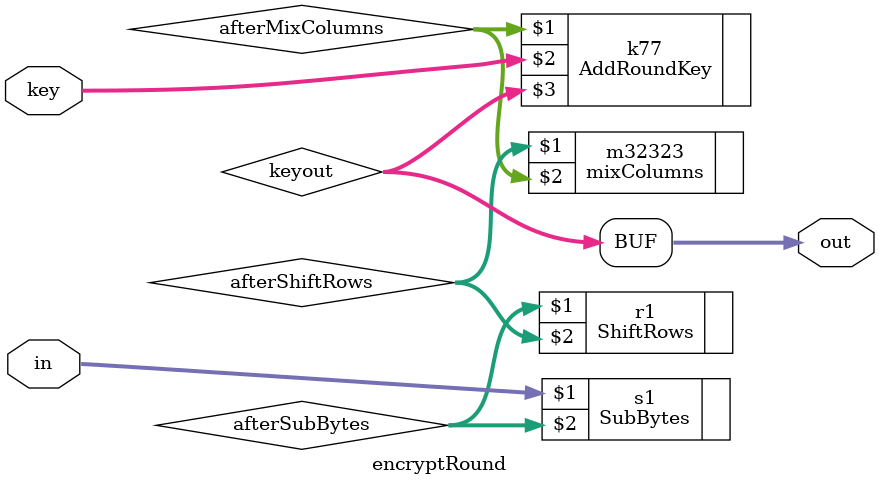
<source format=v>
module Cipher(input [127 : 0] in, input [1407 : 0] w , input clk ,output reg [127 : 0] out7);
   	wire [127 : 0] out1;
    wire [127 : 0] sub;
    wire [127 : 0] shift;
    //wire [127 : 0] out2;
   // wire [127 : 0] out9;
    integer i=-1;
	reg [1407:0] states;
    wire [127 : 0] out44;
	wire [127:0] k222;
    AddRoundKey k2 (in, w[1407 : 1280], k222);
	encryptRound e9 (states [1407-((i)*128)-:128] ,w[1407-((i+1)*128)-:128],out44);
	SubBytes sb(states[255:128],sub);
	ShiftRows sr(sub,shift);
	AddRoundKey addrk2(shift,w[127:0],out1);


	always @ (posedge clk) begin 
		if(i<10)begin 
				if(i==-1&& k222 !== 'bx)begin
					states[1407-:128]<=k222;
					out7 <= k222;
					i=i+1;
				end
				else if(i<=8&& out44 !== 'bx)begin
						states[1407-((i+1)*128)-:128]<=out44;
						out7 <= out44;
						i=i+1;
					end 
					else if(i==9&& out44 !== 'bx)begin
						states[127:0]<=out44;
						out7<=out1;
					end

		end	
	end
endmodule
module encryptRound(in,key,out);
input [127:0] in;
output [127:0] out;
input [127:0] key;
wire [127:0] afterSubBytes;
wire [127:0] keyout;
wire [127:0] afterShiftRows;
wire [127:0] afterMixColumns;

SubBytes s1(in,afterSubBytes);
ShiftRows r1(afterSubBytes,afterShiftRows);
mixColumns m32323(afterShiftRows,afterMixColumns);
AddRoundKey k77(afterMixColumns,key,keyout);
assign out = keyout;
		
endmodule
</source>
